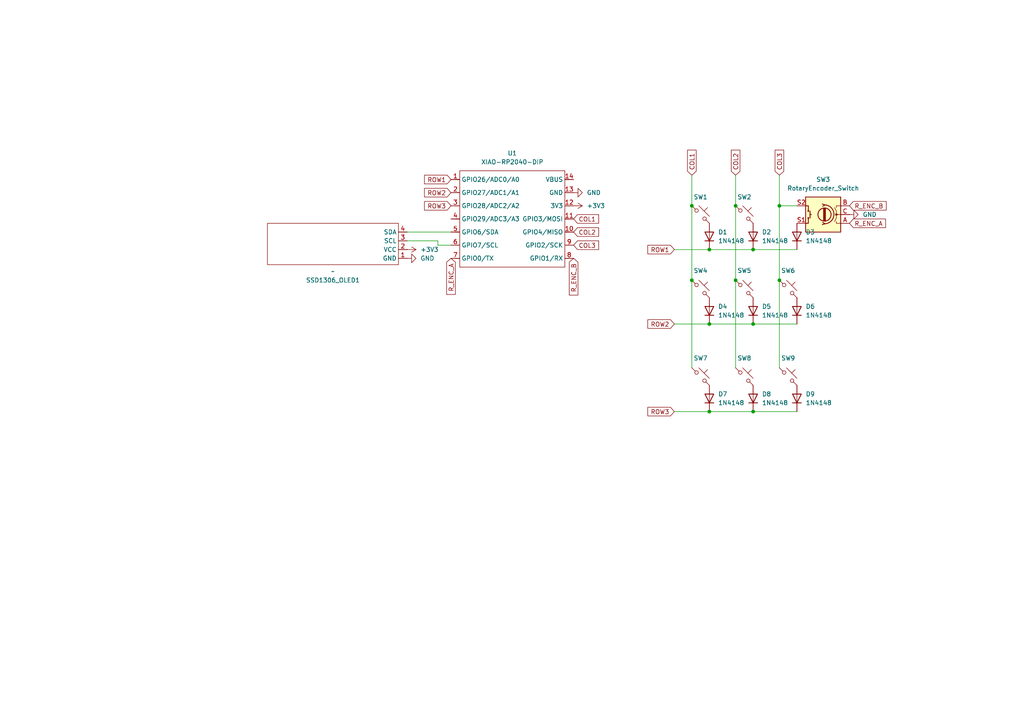
<source format=kicad_sch>
(kicad_sch (version 20250114) (generator "eeschema") (generator_version "9.0")
  (paper "A4")
  (lib_symbols
    (symbol "CustomStuff:SSD1306-0.91-OLED"
      (property "Reference" "SSD1306_OLED" (at 19.304 -6.096 0))
      (symbol "SSD1306-0.91-OLED_0_1"
        (rectangle (start 0 0) (end 38 -12))
      )
      (symbol "SSD1306-0.91-OLED_1_1"
        (pin bidirectional line (at -2.54 -2.54 0) (length 2.54) (name "SDA") (number "4"))
        (pin bidirectional line (at -2.54 -5.08 0) (length 2.54) (name "SCL") (number "3"))
        (pin power_out line (at -2.54 -7.62 0) (length 2.54) (name "VCC") (number "2"))
        (pin power_out line (at -2.54 -10.16 0) (length 2.54) (name "GND") (number "1"))
      )
    )
    (symbol "Device:RotaryEncoder_Switch" (pin_names (offset 0.254) (hide yes))
      (property "Reference" "SW" (at 0 6.604 0))
      (property "Value" "RotaryEncoder_Switch" (at 0 -6.604 0))
      (symbol "RotaryEncoder_Switch_0_1"
        (rectangle (start -5.08 5.08) (end 5.08 -5.08) (stroke (width 0.254)) (fill (type background)))
        (polyline (pts (xy -5.08 2.54) (xy -3.81 2.54) (xy -3.81 2.032)))
        (polyline (pts (xy -5.08 0) (xy -3.81 0) (xy -3.81 -1.016) (xy -3.302 -2.032)))
        (polyline (pts (xy -5.08 -2.54) (xy -3.81 -2.54) (xy -3.81 -2.032)))
        (polyline (pts (xy -4.318 0) (xy -3.81 0) (xy -3.81 1.016) (xy -3.302 2.032)))
        (circle (center -3.81 0) (radius 0.254) (fill (type outline)))
        (polyline (pts (xy -0.635 -1.778) (xy -0.635 1.778)) (stroke (width 0.254)))
        (circle (center -0.381 0) (radius 1.905) (stroke (width 0.254)))
        (polyline (pts (xy -0.381 -1.778) (xy -0.381 1.778)) (stroke (width 0.254)))
        (arc (start -0.381 -2.794) (mid -3.0988 -0.0635) (end -0.381 2.667) (stroke (width 0.254)))
        (polyline (pts (xy -0.127 1.778) (xy -0.127 -1.778)) (stroke (width 0.254)))
        (polyline (pts (xy 0.254 2.921) (xy -0.508 2.667) (xy 0.127 2.286)) (stroke (width 0.254)))
        (polyline (pts (xy 0.254 -3.048) (xy -0.508 -2.794) (xy 0.127 -2.413)) (stroke (width 0.254)))
        (polyline (pts (xy 3.81 1.016) (xy 3.81 -1.016)) (stroke (width 0.254)))
        (polyline (pts (xy 3.81 0) (xy 3.429 0)) (stroke (width 0.254)))
        (circle (center 4.318 1.016) (radius 0.127) (stroke (width 0.254)))
        (circle (center 4.318 -1.016) (radius 0.127) (stroke (width 0.254)))
        (polyline (pts (xy 5.08 2.54) (xy 4.318 2.54) (xy 4.318 1.016)) (stroke (width 0.254)))
        (polyline (pts (xy 5.08 -2.54) (xy 4.318 -2.54) (xy 4.318 -1.016)) (stroke (width 0.254)))
      )
      (symbol "RotaryEncoder_Switch_1_1"
        (pin passive line (at -7.62 2.54 0) (length 2.54) (name "A") (number "A"))
        (pin passive line (at -7.62 0 0) (length 2.54) (name "C") (number "C"))
        (pin passive line (at -7.62 -2.54 0) (length 2.54) (name "B") (number "B"))
        (pin passive line (at 7.62 2.54 180) (length 2.54) (name "S1") (number "S1"))
        (pin passive line (at 7.62 -2.54 180) (length 2.54) (name "S2") (number "S2"))
      )
    )
    (symbol "Diode:1N4148" (pin_numbers (hide yes)) (pin_names (hide yes))
      (property "Reference" "D" (at 0 2.54 0))
      (property "Value" "1N4148" (at 0 -2.54 0))
      (symbol "1N4148_0_1"
        (polyline (pts (xy -1.27 1.27) (xy -1.27 -1.27)) (stroke (width 0.254)))
        (polyline (pts (xy 1.27 1.27) (xy 1.27 -1.27) (xy -1.27 0) (xy 1.27 1.27)) (stroke (width 0.254)))
        (polyline (pts (xy 1.27 0) (xy -1.27 0)))
      )
      (symbol "1N4148_1_1"
        (pin passive line (at -3.81 0 0) (length 2.54) (name "K") (number "1"))
        (pin passive line (at 3.81 0 180) (length 2.54) (name "A") (number "2"))
      )
    )
    (symbol "OPL:XIAO-RP2040-DIP"
      (property "Reference" "U" (at 0 0 0))
      (property "Value" "XIAO-RP2040-DIP" (at 5.334 -1.778 0))
      (symbol "XIAO-RP2040-DIP_1_0"
        (polyline (pts (xy -1.27 -2.54) (xy 29.21 -2.54)) (stroke (width 0.1524)))
        (polyline (pts (xy -1.27 -5.08) (xy -2.54 -5.08)) (stroke (width 0.1524)))
        (polyline (pts (xy -1.27 -5.08) (xy -1.27 -2.54)) (stroke (width 0.1524)))
        (polyline (pts (xy -1.27 -8.89) (xy -2.54 -8.89)) (stroke (width 0.1524)))
        (polyline (pts (xy -1.27 -8.89) (xy -1.27 -5.08)) (stroke (width 0.1524)))
        (polyline (pts (xy -1.27 -12.7) (xy -2.54 -12.7)) (stroke (width 0.1524)))
        (polyline (pts (xy -1.27 -12.7) (xy -1.27 -8.89)) (stroke (width 0.1524)))
        (polyline (pts (xy -1.27 -16.51) (xy -2.54 -16.51)) (stroke (width 0.1524)))
        (polyline (pts (xy -1.27 -16.51) (xy -1.27 -12.7)) (stroke (width 0.1524)))
        (polyline (pts (xy -1.27 -20.32) (xy -2.54 -20.32)) (stroke (width 0.1524)))
        (polyline (pts (xy -1.27 -24.13) (xy -2.54 -24.13)) (stroke (width 0.1524)))
        (polyline (pts (xy -1.27 -27.94) (xy -2.54 -27.94)) (stroke (width 0.1524)))
        (polyline (pts (xy -1.27 -30.48) (xy -1.27 -16.51)) (stroke (width 0.1524)))
        (polyline (pts (xy 29.21 -2.54) (xy 29.21 -5.08)) (stroke (width 0.1524)))
        (polyline (pts (xy 29.21 -5.08) (xy 29.21 -8.89)) (stroke (width 0.1524)))
        (polyline (pts (xy 29.21 -8.89) (xy 29.21 -12.7)) (stroke (width 0.1524)))
        (polyline (pts (xy 29.21 -12.7) (xy 29.21 -30.48)) (stroke (width 0.1524)))
        (polyline (pts (xy 29.21 -30.48) (xy -1.27 -30.48)) (stroke (width 0.1524)))
        (polyline (pts (xy 30.48 -5.08) (xy 29.21 -5.08)) (stroke (width 0.1524)))
        (polyline (pts (xy 30.48 -8.89) (xy 29.21 -8.89)) (stroke (width 0.1524)))
        (polyline (pts (xy 30.48 -12.7) (xy 29.21 -12.7)) (stroke (width 0.1524)))
        (polyline (pts (xy 30.48 -16.51) (xy 29.21 -16.51)) (stroke (width 0.1524)))
        (polyline (pts (xy 30.48 -20.32) (xy 29.21 -20.32)) (stroke (width 0.1524)))
        (polyline (pts (xy 30.48 -24.13) (xy 29.21 -24.13)) (stroke (width 0.1524)))
        (polyline (pts (xy 30.48 -27.94) (xy 29.21 -27.94)) (stroke (width 0.1524)))
        (pin passive line (at -3.81 -5.08 0) (length 2.54) (name "GPIO26/ADC0/A0") (number "1"))
        (pin passive line (at -3.81 -8.89 0) (length 2.54) (name "GPIO27/ADC1/A1") (number "2"))
        (pin passive line (at -3.81 -12.7 0) (length 2.54) (name "GPIO28/ADC2/A2") (number "3"))
        (pin passive line (at -3.81 -16.51 0) (length 2.54) (name "GPIO29/ADC3/A3") (number "4"))
        (pin passive line (at -3.81 -20.32 0) (length 2.54) (name "GPIO6/SDA") (number "5"))
        (pin passive line (at -3.81 -24.13 0) (length 2.54) (name "GPIO7/SCL") (number "6"))
        (pin passive line (at -3.81 -27.94 0) (length 2.54) (name "GPIO0/TX") (number "7"))
        (pin passive line (at 31.75 -5.08 180) (length 2.54) (name "VBUS") (number "14"))
        (pin passive line (at 31.75 -8.89 180) (length 2.54) (name "GND") (number "13"))
        (pin passive line (at 31.75 -12.7 180) (length 2.54) (name "3V3") (number "12"))
        (pin passive line (at 31.75 -16.51 180) (length 2.54) (name "GPIO3/MOSI") (number "11"))
        (pin passive line (at 31.75 -20.32 180) (length 2.54) (name "GPIO4/MISO") (number "10"))
        (pin passive line (at 31.75 -24.13 180) (length 2.54) (name "GPIO2/SCK") (number "9"))
        (pin passive line (at 31.75 -27.94 180) (length 2.54) (name "GPIO1/RX") (number "8"))
      )
    )
    (symbol "Switch:SW_Push_45deg" (pin_numbers (hide yes)) (pin_names (offset 1.016) (hide yes))
      (property "Reference" "SW" (at 3.048 1.016 0))
      (property "Value" "SW_Push_45deg" (at 0 -3.81 0))
      (symbol "SW_Push_45deg_0_1"
        (polyline (pts (xy -2.54 2.54) (xy -1.524 1.524) (xy -1.524 1.524)))
        (circle (center -1.1684 1.1684) (radius 0.508))
        (polyline (pts (xy -0.508 2.54) (xy 2.54 -0.508)))
        (polyline (pts (xy 1.016 1.016) (xy 2.032 2.032)))
        (circle (center 1.143 -1.1938) (radius 0.508))
        (polyline (pts (xy 1.524 -1.524) (xy 2.54 -2.54) (xy 2.54 -2.54) (xy 2.54 -2.54)))
        (pin passive line (at -2.54 2.54 0) (length 0) (name "1") (number "1"))
        (pin passive line (at 2.54 -2.54 180) (length 0) (name "2") (number "2"))
      )
    )
    (symbol "power:+3V3" (power) (pin_numbers (hide yes)) (pin_names (offset 0) (hide yes))
      (property "Value" "+3V3" (at 0 3.556 0))
      (symbol "+3V3_0_1"
        (polyline (pts (xy -0.762 1.27) (xy 0 2.54)))
        (polyline (pts (xy 0 2.54) (xy 0.762 1.27)))
        (polyline (pts (xy 0 0) (xy 0 2.54)))
      )
      (symbol "+3V3_1_1"
        (pin power_in line (at 0 0 90) (length 0) (name "~") (number "1"))
      )
    )
    (symbol "power:GND" (power) (pin_numbers (hide yes)) (pin_names (offset 0) (hide yes))
      (property "Value" "GND" (at 0 -3.81 0))
      (symbol "GND_0_1"
        (polyline (pts (xy 0 0) (xy 0 -1.27) (xy 1.27 -1.27) (xy 0 -2.54) (xy -1.27 -1.27) (xy 0 -1.27)))
      )
      (symbol "GND_1_1"
        (pin power_in line (at 0 0 270) (length 0) (name "~") (number "1"))
      )
    )
  )
  (junction (at 218.44 93.98))
  (junction (at 205.74 119.38))
  (junction (at 213.36 81.28))
  (junction (at 218.44 72.39))
  (junction (at 213.36 59.69))
  (junction (at 226.06 59.69))
  (junction (at 200.66 59.69))
  (junction (at 200.66 81.28))
  (junction (at 205.74 72.39))
  (junction (at 226.06 81.28))
  (junction (at 205.74 93.98))
  (junction (at 218.44 119.38))
  (wire (pts (xy 200.66 59.69) (xy 200.66 81.28)))
  (wire (pts (xy 218.44 119.38) (xy 231.14 119.38)))
  (wire (pts (xy 195.58 72.39) (xy 205.74 72.39)))
  (wire (pts (xy 205.74 93.98) (xy 218.44 93.98)))
  (wire (pts (xy 226.06 59.69) (xy 231.14 59.69)))
  (wire (pts (xy 205.74 72.39) (xy 218.44 72.39)))
  (wire (pts (xy 127 69.85) (xy 118.11 69.85)))
  (wire (pts (xy 213.36 81.28) (xy 213.36 106.68)))
  (wire (pts (xy 127 71.12) (xy 127 69.85)))
  (wire (pts (xy 213.36 59.69) (xy 213.36 81.28)))
  (wire (pts (xy 218.44 93.98) (xy 231.14 93.98)))
  (wire (pts (xy 213.36 50.8) (xy 213.36 59.69)))
  (wire (pts (xy 200.66 50.8) (xy 200.66 59.69)))
  (wire (pts (xy 226.06 81.28) (xy 226.06 106.68)))
  (wire (pts (xy 195.58 119.38) (xy 205.74 119.38)))
  (wire (pts (xy 118.11 67.31) (xy 130.81 67.31)))
  (wire (pts (xy 226.06 50.8) (xy 226.06 59.69)))
  (wire (pts (xy 130.81 71.12) (xy 127 71.12)))
  (wire (pts (xy 226.06 59.69) (xy 226.06 81.28)))
  (wire (pts (xy 195.58 93.98) (xy 205.74 93.98)))
  (wire (pts (xy 205.74 119.38) (xy 218.44 119.38)))
  (wire (pts (xy 200.66 81.28) (xy 200.66 106.68)))
  (wire (pts (xy 218.44 72.39) (xy 231.14 72.39)))
  (global_label "COL2" (shape input) (at 166.37 67.31 0) (property "Intersheetrefs" "${INTERSHEET_REFS}" (effects (hide yes))))
  (global_label "R_ENC_B" (shape input) (at 166.37 74.93 270) (property "Intersheetrefs" "${INTERSHEET_REFS}" (effects (hide yes))))
  (global_label "COL1" (shape input) (at 166.37 63.5 0) (property "Intersheetrefs" "${INTERSHEET_REFS}" (effects (hide yes))))
  (global_label "R_ENC_A" (shape input) (at 130.81 74.93 270) (property "Intersheetrefs" "${INTERSHEET_REFS}" (effects (hide yes))))
  (global_label "R_ENC_B" (shape input) (at 246.38 59.69 0) (property "Intersheetrefs" "${INTERSHEET_REFS}" (effects (hide yes))))
  (global_label "COL2" (shape input) (at 213.36 50.8 90) (property "Intersheetrefs" "${INTERSHEET_REFS}" (effects (hide yes))))
  (global_label "R_ENC_A" (shape input) (at 246.38 64.77 0) (property "Intersheetrefs" "${INTERSHEET_REFS}" (effects (hide yes))))
  (global_label "ROW1" (shape input) (at 195.58 72.39 180) (property "Intersheetrefs" "${INTERSHEET_REFS}" (effects (hide yes))))
  (global_label "COL1" (shape input) (at 200.66 50.8 90) (property "Intersheetrefs" "${INTERSHEET_REFS}" (effects (hide yes))))
  (global_label "ROW2" (shape input) (at 130.81 55.88 180) (property "Intersheetrefs" "${INTERSHEET_REFS}" (effects (hide yes))))
  (global_label "COL3" (shape input) (at 166.37 71.12 0) (property "Intersheetrefs" "${INTERSHEET_REFS}" (effects (hide yes))))
  (global_label "ROW2" (shape input) (at 195.58 93.98 180) (property "Intersheetrefs" "${INTERSHEET_REFS}" (effects (hide yes))))
  (global_label "ROW3" (shape input) (at 130.81 59.69 180) (property "Intersheetrefs" "${INTERSHEET_REFS}" (effects (hide yes))))
  (global_label "COL3" (shape input) (at 226.06 50.8 90) (property "Intersheetrefs" "${INTERSHEET_REFS}" (effects (hide yes))))
  (global_label "ROW3" (shape input) (at 195.58 119.38 180) (property "Intersheetrefs" "${INTERSHEET_REFS}" (effects (hide yes))))
  (global_label "ROW1" (shape input) (at 130.81 52.07 180) (property "Intersheetrefs" "${INTERSHEET_REFS}" (effects (hide yes))))
  (symbol (lib_id "Diode:1N4148") (at 231.14 115.57 90) (unit 1)
    (property "Reference" "D9" (at 233.68 114.2999 90) (effects (justify right)))
    (property "Value" "1N4148" (at 233.68 116.8399 90) (effects (justify right)))
    (property "Footprint" "Diode_THT:D_DO-35_SOD27_P7.62mm_Horizontal" (effects (hide yes)))
    (property "Datasheet" "https://assets.nexperia.com/documents/data-sheet/1N4148_1N4448.pdf" (effects (hide yes)))
    (property "Description" "100V 0.15A standard switching diode, DO-35" (effects (hide yes)))
    (property "Sim.Device" "D" (effects (hide yes)))
    (property "Sim.Pins" "1=K 2=A" (effects (hide yes)))
  )
  (symbol (lib_id "Diode:1N4148") (at 218.44 115.57 90) (unit 1)
    (property "Reference" "D8" (at 220.98 114.2999 90) (effects (justify right)))
    (property "Value" "1N4148" (at 220.98 116.8399 90) (effects (justify right)))
    (property "Footprint" "Diode_THT:D_DO-35_SOD27_P7.62mm_Horizontal" (effects (hide yes)))
    (property "Datasheet" "https://assets.nexperia.com/documents/data-sheet/1N4148_1N4448.pdf" (effects (hide yes)))
    (property "Description" "100V 0.15A standard switching diode, DO-35" (effects (hide yes)))
    (property "Sim.Device" "D" (effects (hide yes)))
    (property "Sim.Pins" "1=K 2=A" (effects (hide yes)))
  )
  (symbol (lib_id "Switch:SW_Push_45deg") (at 228.6 83.82 0) (unit 1)
    (property "Reference" "SW6" (at 228.6 78.486 0))
    (property "Value" "SW_Push_45deg" (effects (hide yes)))
    (property "Footprint" "Button_Switch_Keyboard:SW_Cherry_MX_1.00u_PCB" (effects (hide yes)))
    (property "Description" "Push button switch, normally open, two pins, 45° tilted" (effects (hide yes)))
  )
  (symbol (lib_id "Switch:SW_Push_45deg") (at 203.2 83.82 0) (unit 1)
    (property "Reference" "SW4" (at 203.2 78.486 0))
    (property "Value" "SW_Push_45deg" (effects (hide yes)))
    (property "Footprint" "Button_Switch_Keyboard:SW_Cherry_MX_1.00u_PCB" (effects (hide yes)))
    (property "Description" "Push button switch, normally open, two pins, 45° tilted" (effects (hide yes)))
  )
  (symbol (lib_id "power:GND") (at 246.38 62.23 90) (unit 1)
    (property "Reference" "#PWR05" (effects (hide yes)))
    (property "Value" "GND" (at 250.19 62.2299 90) (effects (justify right)))
    (property "Description" "Power symbol creates a global label with name \"GND\" , ground" (effects (hide yes)))
  )
  (symbol (lib_id "CustomStuff:SSD1306-0.91-OLED") (at 115.57 64.77 0) (mirror y) (unit 1)
    (property "Reference" "SSD1306_OLED1" (at 96.57 81.28 0))
    (property "Value" "~" (at 96.57 78.74 0))
    (property "Footprint" "CustomStuff:SSD1306-0.91-OLED" (effects (hide yes)))
    (property "Datasheet" "https://www.electronicaembajadores.com/datos/pdf1/lc/lcgr/lcgrol3.pdf" (effects (hide yes)))
  )
  (symbol (lib_id "Diode:1N4148") (at 218.44 90.17 90) (unit 1)
    (property "Reference" "D5" (at 220.98 88.8999 90) (effects (justify right)))
    (property "Value" "1N4148" (at 220.98 91.4399 90) (effects (justify right)))
    (property "Footprint" "Diode_THT:D_DO-35_SOD27_P7.62mm_Horizontal" (effects (hide yes)))
    (property "Datasheet" "https://assets.nexperia.com/documents/data-sheet/1N4148_1N4448.pdf" (effects (hide yes)))
    (property "Description" "100V 0.15A standard switching diode, DO-35" (effects (hide yes)))
    (property "Sim.Device" "D" (effects (hide yes)))
    (property "Sim.Pins" "1=K 2=A" (effects (hide yes)))
  )
  (symbol (lib_id "Diode:1N4148") (at 231.14 90.17 90) (unit 1)
    (property "Reference" "D6" (at 233.68 88.8999 90) (effects (justify right)))
    (property "Value" "1N4148" (at 233.68 91.4399 90) (effects (justify right)))
    (property "Footprint" "Diode_THT:D_DO-35_SOD27_P7.62mm_Horizontal" (effects (hide yes)))
    (property "Datasheet" "https://assets.nexperia.com/documents/data-sheet/1N4148_1N4448.pdf" (effects (hide yes)))
    (property "Description" "100V 0.15A standard switching diode, DO-35" (effects (hide yes)))
    (property "Sim.Device" "D" (effects (hide yes)))
    (property "Sim.Pins" "1=K 2=A" (effects (hide yes)))
  )
  (symbol (lib_id "Switch:SW_Push_45deg") (at 203.2 62.23 0) (unit 1)
    (property "Reference" "SW1" (at 203.2 57.15 0))
    (property "Value" "SW_Push_45deg" (effects (hide yes)))
    (property "Footprint" "Button_Switch_Keyboard:SW_Cherry_MX_1.00u_PCB" (effects (hide yes)))
    (property "Description" "Push button switch, normally open, two pins, 45° tilted" (effects (hide yes)))
  )
  (symbol (lib_id "Switch:SW_Push_45deg") (at 215.9 83.82 0) (unit 1)
    (property "Reference" "SW5" (at 215.9 78.486 0))
    (property "Value" "SW_Push_45deg" (effects (hide yes)))
    (property "Footprint" "Button_Switch_Keyboard:SW_Cherry_MX_1.00u_PCB" (effects (hide yes)))
    (property "Description" "Push button switch, normally open, two pins, 45° tilted" (effects (hide yes)))
  )
  (symbol (lib_id "power:+3V3") (at 166.37 59.69 270) (unit 1)
    (property "Reference" "#PWR01" (effects (hide yes)))
    (property "Value" "+3V3" (at 170.18 59.6899 90) (effects (justify left)))
    (property "Description" "Power symbol creates a global label with name \"+3V3\"" (effects (hide yes)))
  )
  (symbol (lib_id "Diode:1N4148") (at 205.74 68.58 90) (unit 1)
    (property "Reference" "D1" (at 208.28 67.3099 90) (effects (justify right)))
    (property "Value" "1N4148" (at 208.28 69.8499 90) (effects (justify right)))
    (property "Footprint" "Diode_THT:D_DO-35_SOD27_P7.62mm_Horizontal" (effects (hide yes)))
    (property "Datasheet" "https://assets.nexperia.com/documents/data-sheet/1N4148_1N4448.pdf" (effects (hide yes)))
    (property "Description" "100V 0.15A standard switching diode, DO-35" (effects (hide yes)))
    (property "Sim.Device" "D" (effects (hide yes)))
    (property "Sim.Pins" "1=K 2=A" (effects (hide yes)))
  )
  (symbol (lib_id "power:GND") (at 118.11 74.93 90) (unit 1)
    (property "Reference" "#PWR03" (effects (hide yes)))
    (property "Value" "GND" (at 121.92 74.9299 90) (effects (justify right)))
    (property "Description" "Power symbol creates a global label with name \"GND\" , ground" (effects (hide yes)))
  )
  (symbol (lib_id "Switch:SW_Push_45deg") (at 215.9 62.23 0) (unit 1)
    (property "Reference" "SW2" (at 215.9 57.15 0))
    (property "Value" "SW_Push_45deg" (effects (hide yes)))
    (property "Footprint" "Button_Switch_Keyboard:SW_Cherry_MX_1.00u_PCB" (effects (hide yes)))
    (property "Description" "Push button switch, normally open, two pins, 45° tilted" (effects (hide yes)))
  )
  (symbol (lib_id "power:GND") (at 166.37 55.88 90) (unit 1)
    (property "Reference" "#PWR04" (effects (hide yes)))
    (property "Value" "GND" (at 170.18 55.8799 90) (effects (justify right)))
    (property "Description" "Power symbol creates a global label with name \"GND\" , ground" (effects (hide yes)))
  )
  (symbol (lib_id "Diode:1N4148") (at 205.74 115.57 90) (unit 1)
    (property "Reference" "D7" (at 208.28 114.2999 90) (effects (justify right)))
    (property "Value" "1N4148" (at 208.28 116.8399 90) (effects (justify right)))
    (property "Footprint" "Diode_THT:D_DO-35_SOD27_P7.62mm_Horizontal" (effects (hide yes)))
    (property "Datasheet" "https://assets.nexperia.com/documents/data-sheet/1N4148_1N4448.pdf" (effects (hide yes)))
    (property "Description" "100V 0.15A standard switching diode, DO-35" (effects (hide yes)))
    (property "Sim.Device" "D" (effects (hide yes)))
    (property "Sim.Pins" "1=K 2=A" (effects (hide yes)))
  )
  (symbol (lib_id "Switch:SW_Push_45deg") (at 228.6 109.22 0) (unit 1)
    (property "Reference" "SW9" (at 228.6 103.886 0))
    (property "Value" "SW_Push_45deg" (effects (hide yes)))
    (property "Footprint" "Button_Switch_Keyboard:SW_Cherry_MX_1.00u_PCB" (effects (hide yes)))
    (property "Description" "Push button switch, normally open, two pins, 45° tilted" (effects (hide yes)))
  )
  (symbol (lib_id "Device:RotaryEncoder_Switch") (at 238.76 62.23 180) (unit 1)
    (property "Reference" "SW3" (at 238.76 52.07 0))
    (property "Value" "RotaryEncoder_Switch" (at 238.76 54.61 0))
    (property "Footprint" "RotaryEncoder:RotaryEncoder_Alps_EC11E-Switch_Vertical_H20mm" (effects (hide yes)))
    (property "Datasheet" "https://www.mouser.com/datasheet/2/15/EC11-1370808.pdf" (effects (hide yes)))
    (property "Description" "Rotary encoder, dual channel, incremental quadrate outputs, with switch" (effects (hide yes)))
  )
  (symbol (lib_id "OPL:XIAO-RP2040-DIP") (at 134.62 46.99 0) (unit 1)
    (property "Reference" "U1" (at 148.59 44.45 0))
    (property "Value" "XIAO-RP2040-DIP" (at 148.59 46.99 0))
    (property "Footprint" "OPL:XIAO-RP2040-DIP" (effects (hide yes)))
    (property "Datasheet" "https://files.seeedstudio.com/wiki/XIAO-RP2040/res/rp2040_datasheet.pdf" (effects (hide yes)))
  )
  (symbol (lib_id "Switch:SW_Push_45deg") (at 203.2 109.22 0) (unit 1)
    (property "Reference" "SW7" (at 203.2 103.886 0))
    (property "Value" "SW_Push_45deg" (effects (hide yes)))
    (property "Footprint" "Button_Switch_Keyboard:SW_Cherry_MX_1.00u_PCB" (effects (hide yes)))
    (property "Description" "Push button switch, normally open, two pins, 45° tilted" (effects (hide yes)))
  )
  (symbol (lib_id "Diode:1N4148") (at 231.14 68.58 90) (unit 1)
    (property "Reference" "D3" (at 233.68 67.3099 90) (effects (justify right)))
    (property "Value" "1N4148" (at 233.68 69.8499 90) (effects (justify right)))
    (property "Footprint" "Diode_THT:D_DO-35_SOD27_P7.62mm_Horizontal" (effects (hide yes)))
    (property "Datasheet" "https://assets.nexperia.com/documents/data-sheet/1N4148_1N4448.pdf" (effects (hide yes)))
    (property "Description" "100V 0.15A standard switching diode, DO-35" (effects (hide yes)))
    (property "Sim.Device" "D" (effects (hide yes)))
    (property "Sim.Pins" "1=K 2=A" (effects (hide yes)))
  )
  (symbol (lib_id "Switch:SW_Push_45deg") (at 215.9 109.22 0) (unit 1)
    (property "Reference" "SW8" (at 215.9 103.886 0))
    (property "Value" "SW_Push_45deg" (effects (hide yes)))
    (property "Footprint" "Button_Switch_Keyboard:SW_Cherry_MX_1.00u_PCB" (effects (hide yes)))
    (property "Description" "Push button switch, normally open, two pins, 45° tilted" (effects (hide yes)))
  )
  (symbol (lib_id "power:+3V3") (at 118.11 72.39 270) (unit 1)
    (property "Reference" "#PWR02" (effects (hide yes)))
    (property "Value" "+3V3" (at 121.92 72.3899 90) (effects (justify left)))
    (property "Description" "Power symbol creates a global label with name \"+3V3\"" (effects (hide yes)))
  )
  (symbol (lib_id "Diode:1N4148") (at 218.44 68.58 90) (unit 1)
    (property "Reference" "D2" (at 220.98 67.3099 90) (effects (justify right)))
    (property "Value" "1N4148" (at 220.98 69.8499 90) (effects (justify right)))
    (property "Footprint" "Diode_THT:D_DO-35_SOD27_P7.62mm_Horizontal" (effects (hide yes)))
    (property "Datasheet" "https://assets.nexperia.com/documents/data-sheet/1N4148_1N4448.pdf" (effects (hide yes)))
    (property "Description" "100V 0.15A standard switching diode, DO-35" (effects (hide yes)))
    (property "Sim.Device" "D" (effects (hide yes)))
    (property "Sim.Pins" "1=K 2=A" (effects (hide yes)))
  )
  (symbol (lib_id "Diode:1N4148") (at 205.74 90.17 90) (unit 1)
    (property "Reference" "D4" (at 208.28 88.8999 90) (effects (justify right)))
    (property "Value" "1N4148" (at 208.28 91.4399 90) (effects (justify right)))
    (property "Footprint" "Diode_THT:D_DO-35_SOD27_P7.62mm_Horizontal" (effects (hide yes)))
    (property "Datasheet" "https://assets.nexperia.com/documents/data-sheet/1N4148_1N4448.pdf" (effects (hide yes)))
    (property "Description" "100V 0.15A standard switching diode, DO-35" (effects (hide yes)))
    (property "Sim.Device" "D" (effects (hide yes)))
    (property "Sim.Pins" "1=K 2=A" (effects (hide yes)))
  )
)
</source>
